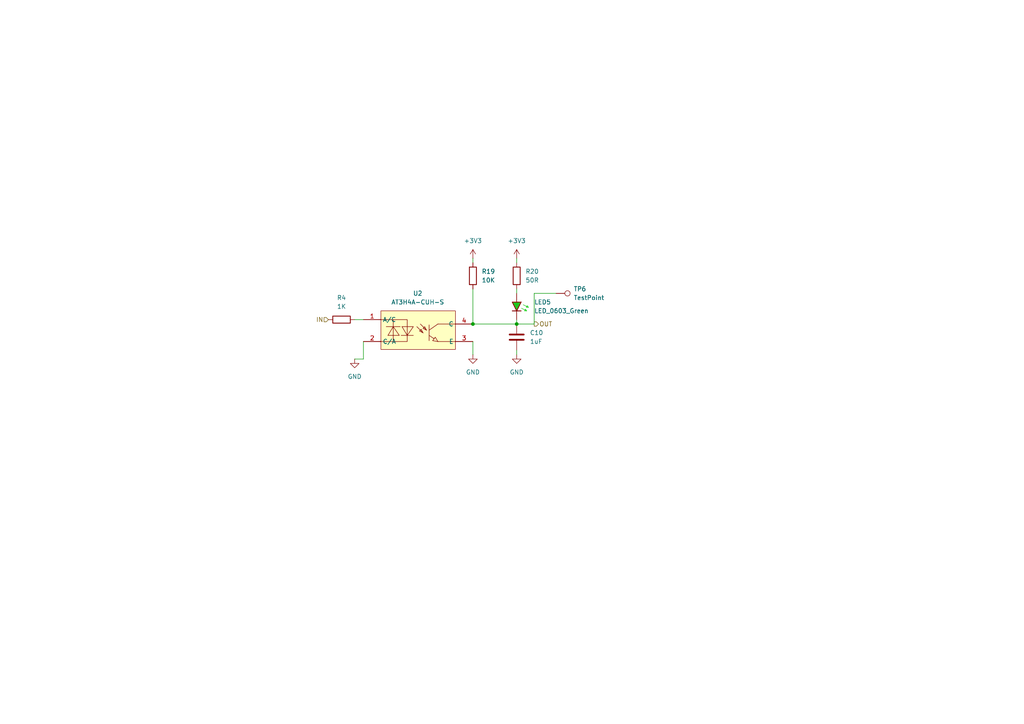
<source format=kicad_sch>
(kicad_sch (version 20250114) (generator "eeschema") (generator_version "9.0")
  (paper "A4")
  (lib_symbols
    (symbol "Connector:TestPoint" (pin_numbers (hide yes)) (pin_names (offset 0.762) (hide yes))
      (property "Reference" "TP" (at 0 6.858 0))
      (property "Value" "TestPoint" (at 0 5.08 0))
      (symbol "TestPoint_0_1"
        (circle (center 0 3.302) (radius 0.762))
      )
      (symbol "TestPoint_1_1"
        (pin passive line (at 0 0 90) (length 2.54) (name "1") (number "1"))
      )
    )
    (symbol "PCM_Capacitor_AKL:C_0603" (pin_numbers (hide yes)) (pin_names (offset 0.254))
      (property "Reference" "C" (at 0.635 2.54 0))
      (property "Value" "C_0603" (at 0.635 -2.54 0))
      (symbol "C_0603_0_1"
        (polyline (pts (xy -2.032 0.762) (xy 2.032 0.762)) (stroke (width 0.508)))
        (polyline (pts (xy -2.032 -0.762) (xy 2.032 -0.762)) (stroke (width 0.508)))
      )
      (symbol "C_0603_0_2"
        (polyline (pts (xy -2.54 -2.54) (xy -0.381 -0.381)))
        (polyline (pts (xy -0.508 -0.508) (xy -1.651 0.635)) (stroke (width 0.508)))
        (polyline (pts (xy -0.508 -0.508) (xy 0.635 -1.651)) (stroke (width 0.508)))
        (polyline (pts (xy 0.381 0.381) (xy 2.54 2.54)))
        (polyline (pts (xy 0.508 0.508) (xy -0.635 1.651)) (stroke (width 0.508)))
        (polyline (pts (xy 0.508 0.508) (xy 1.651 -0.635)) (stroke (width 0.508)))
      )
      (symbol "C_0603_1_1"
        (pin passive line (at 0 3.81 270) (length 2.794) (name "~") (number "1"))
        (pin passive line (at 0 -3.81 90) (length 2.794) (name "~") (number "2"))
      )
      (symbol "C_0603_1_2"
        (pin passive line (at -2.54 -2.54 90) (length 0) (name "~") (number "2"))
        (pin passive line (at 2.54 2.54 270) (length 0) (name "~") (number "1"))
      )
    )
    (symbol "PCM_LED_AKL:LED_0603_Green" (pin_numbers (hide yes)) (pin_names (offset 1.016) (hide yes))
      (property "Reference" "LED" (at 0 7.62 0))
      (property "Value" "LED_0603_Green" (at 0 5.08 0))
      (symbol "LED_0603_Green_0_1"
        (polyline (pts (xy -1.27 1.27) (xy -1.27 -1.27) (xy 1.27 0) (xy -1.27 1.27)) (stroke (width 0.254)) (fill (type color) (color 30 200 30 1)))
        (polyline (pts (xy -0.508 1.905) (xy 0.254 3.429)) (stroke (width 0.1524) (color 30 200 30 1)))
        (polyline (pts (xy 0.254 2.794) (xy -0.254 3.048) (xy 0.254 3.429) (xy 0.254 2.794)) (stroke (width 0) (color 30 200 30 1)) (fill (type outline)))
        (polyline (pts (xy 0.508 1.397) (xy 1.27 2.921)) (stroke (width 0.1524) (color 30 200 30 1)))
        (polyline (pts (xy 1.27 2.286) (xy 0.762 2.54) (xy 1.27 2.921) (xy 1.27 2.286)) (stroke (width 0.1524) (color 30 200 30 1)) (fill (type outline)))
        (polyline (pts (xy 1.27 1.27) (xy 1.27 -1.27)) (stroke (width 0.254)))
      )
      (symbol "LED_0603_Green_0_2"
        (polyline (pts (xy -2.54 -2.54) (xy -0.889 -0.889)))
        (polyline (pts (xy -1.651 0.889) (xy -2.159 2.413)) (stroke (width 0) (color 30 200 30 1)))
        (polyline (pts (xy -0.889 -0.889) (xy -1.778 0) (xy 0.889 0.889) (xy 0 -1.778) (xy -0.889 -0.889)) (stroke (width 0.254)) (fill (type color) (color 30 200 30 1)))
        (polyline (pts (xy -0.508 1.27) (xy -1.016 2.794)) (stroke (width 0) (color 30 200 30 1)))
        (polyline (pts (xy 0 1.778) (xy 1.778 0)) (stroke (width 0.254)))
        (polyline (pts (xy 0.889 0.889) (xy 2.54 2.54)))
      )
      (symbol "LED_0603_Green_1_1"
        (pin passive line (at -3.81 0 0) (length 2.54) (name "A") (number "2"))
        (pin passive line (at 3.81 0 180) (length 2.54) (name "K") (number "1"))
      )
      (symbol "LED_0603_Green_1_2"
        (polyline (pts (xy -2.159 2.413) (xy -2.286 1.778) (xy -1.6764 1.9812) (xy -2.159 2.413)) (stroke (width 0) (color 30 200 30 1)) (fill (type outline)))
        (polyline (pts (xy -1.016 2.794) (xy -1.143 2.159) (xy -0.5334 2.3622) (xy -1.016 2.794)) (stroke (width 0) (color 30 200 30 1)) (fill (type outline)))
        (pin passive line (at -2.54 -2.54 0) (length 0) (name "A") (number "2"))
        (pin passive line (at 2.54 2.54 180) (length 0) (name "K") (number "1"))
      )
    )
    (symbol "PCM_Resistor_AKL:R_0603" (pin_numbers (hide yes)) (pin_names (offset 0))
      (property "Reference" "R" (at 2.54 1.27 0))
      (property "Value" "R_0603" (at 2.54 -1.27 0))
      (symbol "R_0603_0_1"
        (rectangle (start -1.016 2.54) (end 1.016 -2.54) (stroke (width 0.254)))
      )
      (symbol "R_0603_0_2"
        (polyline (pts (xy -2.54 -2.54) (xy -1.524 -1.524)))
        (polyline (pts (xy 1.524 1.524) (xy 2.54 2.54)))
        (polyline (pts (xy 1.524 1.524) (xy 0.889 2.159) (xy -2.159 -0.889) (xy -0.889 -2.159) (xy 2.159 0.889) (xy 1.524 1.524)) (stroke (width 0.254)))
      )
      (symbol "R_0603_1_1"
        (pin passive line (at 0 3.81 270) (length 1.27) (name "~") (number "1"))
        (pin passive line (at 0 -3.81 90) (length 1.27) (name "~") (number "2"))
      )
      (symbol "R_0603_1_2"
        (pin passive line (at -2.54 -2.54 0) (length 0) (name "") (number "2"))
        (pin passive line (at 2.54 2.54 180) (length 0) (name "") (number "1"))
      )
    )
    (symbol "easyeda2kicad:AT3H4A-CUH-S"
      (property "Reference" "U" (at 0 8.89 0))
      (property "Value" "AT3H4A-CUH-S" (at 0 -7.62 0))
      (symbol "AT3H4A-CUH-S_0_1"
        (polyline (pts (xy -11.68 -2.54) (xy -7.87 -2.54) (xy -7.87 3.81) (xy -11.68 3.81)))
        (rectangle (start -11.43 6.35) (end 10.16 -4.83) (fill (type background)))
        (polyline (pts (xy -9.4 -0.76) (xy -7.87 1.78) (xy -6.1 -0.76) (xy -9.4 -0.76)) (fill (type background)))
        (polyline (pts (xy -7.87 3.81) (xy -3.81 3.81) (xy -3.81 -2.54) (xy -7.87 -2.54)))
        (polyline (pts (xy -5.84 1.78) (xy -9.91 1.78)))
        (polyline (pts (xy -5.33 1.78) (xy -3.81 -0.76) (xy -2.03 1.78) (xy -5.33 1.78)) (fill (type background)))
        (polyline (pts (xy -2.03 -0.76) (xy -5.59 -0.76)))
        (polyline (pts (xy -1.02 1.78) (xy 0.76 0)))
        (polyline (pts (xy 0 2.54) (xy 1.78 0.76)))
        (polyline (pts (xy 0.76 0) (xy -0.25 0.51) (xy 0.25 1.02) (xy 0.76 0)) (fill (type background)))
        (polyline (pts (xy 1.78 0.76) (xy 0.76 1.27) (xy 1.27 1.78) (xy 1.78 0.76)) (fill (type background)))
        (polyline (pts (xy 2.54 2.29) (xy 2.54 -2.29)))
        (polyline (pts (xy 2.54 -0.76) (xy 4.06 -1.78)))
        (polyline (pts (xy 5.08 2.54) (xy 2.54 0.76)))
        (polyline (pts (xy 5.08 -2.54) (xy 4.32 -1.27) (xy 3.56 -2.29) (xy 5.08 -2.54)) (fill (type background)))
        (polyline (pts (xy 9.14 2.54) (xy 5.08 2.54)))
        (polyline (pts (xy 9.14 2.54) (xy 10.16 2.54)))
        (polyline (pts (xy 9.14 -2.54) (xy 5.08 -2.54)))
        (polyline (pts (xy 9.14 -2.54) (xy 10.16 -2.54)))
        (pin unspecified line (at -16.51 3.81 0) (length 5.08) (name "A/C") (number "1"))
        (pin unspecified line (at -16.51 -2.54 0) (length 5.08) (name "C/A") (number "2"))
        (pin unspecified line (at 15.24 2.54 180) (length 5.08) (name "C") (number "4"))
        (pin unspecified line (at 15.24 -2.54 180) (length 5.08) (name "E") (number "3"))
      )
    )
    (symbol "power:+3V3" (power) (pin_numbers (hide yes)) (pin_names (offset 0) (hide yes))
      (property "Value" "+3V3" (at 0 3.556 0))
      (symbol "+3V3_0_1"
        (polyline (pts (xy -0.762 1.27) (xy 0 2.54)))
        (polyline (pts (xy 0 2.54) (xy 0.762 1.27)))
        (polyline (pts (xy 0 0) (xy 0 2.54)))
      )
      (symbol "+3V3_1_1"
        (pin power_in line (at 0 0 90) (length 0) (name "~") (number "1"))
      )
    )
    (symbol "power:GND" (power) (pin_numbers (hide yes)) (pin_names (offset 0) (hide yes))
      (property "Value" "GND" (at 0 -3.81 0))
      (symbol "GND_0_1"
        (polyline (pts (xy 0 0) (xy 0 -1.27) (xy 1.27 -1.27) (xy 0 -2.54) (xy -1.27 -1.27) (xy 0 -1.27)))
      )
      (symbol "GND_1_1"
        (pin power_in line (at 0 0 270) (length 0) (name "~") (number "1"))
      )
    )
  )
  (junction (at 149.86 93.98))
  (junction (at 137.16 93.98))
  (wire (pts (xy 102.87 104.14) (xy 105.41 104.14)))
  (wire (pts (xy 149.86 92.71) (xy 149.86 93.98)))
  (wire (pts (xy 154.94 93.98) (xy 149.86 93.98)))
  (wire (pts (xy 137.16 102.87) (xy 137.16 99.06)))
  (wire (pts (xy 105.41 104.14) (xy 105.41 99.06)))
  (wire (pts (xy 137.16 93.98) (xy 149.86 93.98)))
  (wire (pts (xy 154.94 85.09) (xy 154.94 93.98)))
  (wire (pts (xy 149.86 102.87) (xy 149.86 101.6)))
  (wire (pts (xy 149.86 83.82) (xy 149.86 85.09)))
  (wire (pts (xy 137.16 83.82) (xy 137.16 93.98)))
  (wire (pts (xy 137.16 74.93) (xy 137.16 76.2)))
  (wire (pts (xy 149.86 74.93) (xy 149.86 76.2)))
  (wire (pts (xy 102.87 92.71) (xy 105.41 92.71)))
  (wire (pts (xy 154.94 85.09) (xy 161.29 85.09)))
  (hierarchical_label "IN" (shape input) (at 95.25 92.71 180))
  (hierarchical_label "OUT" (shape output) (at 154.94 93.98 0))
  (symbol (lib_id "power:GND") (at 137.16 102.87 0) (unit 1)
    (property "Reference" "#PWR032" (effects (hide yes)))
    (property "Value" "GND" (at 137.16 107.95 0))
    (property "Description" "Power symbol creates a global label with name \"GND\" , ground" (effects (hide yes)))
    (instances (project "NIVARA" (path "" (reference "#PWR027") (unit 1)) (path "" (reference "#PWR032") (unit 1))))
  )
  (symbol (lib_id "Connector:TestPoint") (at 161.29 85.09 270) (unit 1)
    (property "Reference" "TP7" (at 166.37 83.8199 90) (effects (justify left)))
    (property "Value" "TestPoint" (at 166.37 86.3599 90) (effects (justify left)))
    (property "Footprint" "TestPoint:TestPoint_THTPad_D1.0mm_Drill0.5mm" (effects (hide yes)))
    (property "Description" "test point" (effects (hide yes)))
    (instances (project "NIVARA" (path "" (reference "TP6") (unit 1)) (path "" (reference "TP7") (unit 1))))
  )
  (symbol (lib_id "easyeda2kicad:AT3H4A-CUH-S") (at 121.92 96.52 0) (unit 1)
    (property "Reference" "U4" (at 121.16 85.09 0))
    (property "Value" "AT3H4A-CUH-S" (at 121.16 87.63 0))
    (property "Footprint" "easyeda2kicad:SSOP-4_L2.7-W4.6-P1.27-LS7.0-TL" (effects (hide yes)))
    (property "LCSC Part" "C20612634" (effects (hide yes)))
    (property "PART NUMBERT" "AT3H4A-CUH-S" (effects (hide yes)))
    (instances (project "NIVARA" (path "" (reference "U2") (unit 1)) (path "" (reference "U4") (unit 1))))
  )
  (symbol (lib_id "PCM_Resistor_AKL:R_0603") (at 149.86 80.01 0) (unit 1)
    (property "Reference" "R22" (at 152.4 78.7399 0) (effects (justify left)))
    (property "Value" "50R" (at 152.4 81.2799 0) (effects (justify left)))
    (property "Footprint" "PCM_Resistor_SMD_AKL:R_0603_1608Metric" (effects (hide yes)))
    (property "Description" "SMD 0603 Chip Resistor, European Symbol, Alternate KiCad Library" (effects (hide yes)))
    (property "PART NUMBERT" "RT0603BRE0750RL" (effects (hide yes)))
    (instances (project "NIVARA" (path "" (reference "R20") (unit 1)) (path "" (reference "R22") (unit 1))))
  )
  (symbol (lib_id "PCM_LED_AKL:LED_0603_Green") (at 149.86 88.9 270) (unit 1)
    (property "Reference" "LED6" (at 154.94 87.6299 90) (effects (justify left)))
    (property "Value" "LED_0603_Green" (at 154.94 90.1699 90) (effects (justify left)))
    (property "Footprint" "PCM_LED_SMD_AKL:LED_0603_1608Metric" (effects (hide yes)))
    (property "Description" "Green SMD LED, 0603, Alternate KiCad Library" (effects (hide yes)))
    (property "PART NUMBERT" "XL-1608UOC-06" (effects (hide yes)))
    (instances (project "NIVARA" (path "" (reference "LED5") (unit 1)) (path "" (reference "LED6") (unit 1))))
  )
  (symbol (lib_id "power:GND") (at 102.87 104.14 0) (unit 1)
    (property "Reference" "#PWR030" (effects (hide yes)))
    (property "Value" "GND" (at 102.87 109.22 0))
    (property "Description" "Power symbol creates a global label with name \"GND\" , ground" (effects (hide yes)))
    (instances (project "NIVARA" (path "" (reference "#PWR025") (unit 1)) (path "" (reference "#PWR030") (unit 1))))
  )
  (symbol (lib_id "PCM_Resistor_AKL:R_0603") (at 99.06 92.71 270) (unit 1)
    (property "Reference" "R5" (at 99.06 86.36 90))
    (property "Value" "1K" (at 99.06 88.9 90))
    (property "Footprint" "PCM_Resistor_SMD_AKL:R_0603_1608Metric" (effects (hide yes)))
    (property "Description" "SMD 0603 Chip Resistor, European Symbol, Alternate KiCad Library" (effects (hide yes)))
    (property "PART NUMBERT" "RC0603FR-071KL" (effects (hide yes)))
    (instances (project "NIVARA" (path "" (reference "R4") (unit 1)) (path "" (reference "R5") (unit 1))))
  )
  (symbol (lib_id "power:+3V3") (at 137.16 74.93 0) (unit 1)
    (property "Reference" "#PWR031" (effects (hide yes)))
    (property "Value" "+3V3" (at 137.16 69.85 0))
    (property "Description" "Power symbol creates a global label with name \"+3V3\"" (effects (hide yes)))
    (instances (project "NIVARA" (path "" (reference "#PWR026") (unit 1)) (path "" (reference "#PWR031") (unit 1))))
  )
  (symbol (lib_id "PCM_Capacitor_AKL:C_0603") (at 149.86 97.79 0) (unit 1)
    (property "Reference" "C11" (at 153.67 96.5199 0) (effects (justify left)))
    (property "Value" "1uF" (at 153.67 99.0599 0) (effects (justify left)))
    (property "Footprint" "PCM_Capacitor_SMD_AKL:C_0603_1608Metric" (effects (hide yes)))
    (property "Description" "SMD 0603 MLCC capacitor, Alternate KiCad Library" (effects (hide yes)))
    (property "PART NUMBERT" "CL10A105KB8NNNC" (effects (hide yes)))
    (instances (project "NIVARA" (path "" (reference "C10") (unit 1)) (path "" (reference "C11") (unit 1))))
  )
  (symbol (lib_id "power:GND") (at 149.86 102.87 0) (unit 1)
    (property "Reference" "#PWR034" (effects (hide yes)))
    (property "Value" "GND" (at 149.86 107.95 0))
    (property "Description" "Power symbol creates a global label with name \"GND\" , ground" (effects (hide yes)))
    (instances (project "NIVARA" (path "" (reference "#PWR029") (unit 1)) (path "" (reference "#PWR034") (unit 1))))
  )
  (symbol (lib_id "PCM_Resistor_AKL:R_0603") (at 137.16 80.01 0) (unit 1)
    (property "Reference" "R21" (at 139.7 78.7399 0) (effects (justify left)))
    (property "Value" "10K" (at 139.7 81.2799 0) (effects (justify left)))
    (property "Footprint" "PCM_Resistor_SMD_AKL:R_0603_1608Metric" (effects (hide yes)))
    (property "Description" "SMD 0603 Chip Resistor, European Symbol, Alternate KiCad Library" (effects (hide yes)))
    (instances (project "NIVARA" (path "" (reference "R19") (unit 1)) (path "" (reference "R21") (unit 1))))
  )
  (symbol (lib_id "power:+3V3") (at 149.86 74.93 0) (unit 1)
    (property "Reference" "#PWR033" (effects (hide yes)))
    (property "Value" "+3V3" (at 149.86 69.85 0))
    (property "Description" "Power symbol creates a global label with name \"+3V3\"" (effects (hide yes)))
    (instances (project "NIVARA" (path "" (reference "#PWR028") (unit 1)) (path "" (reference "#PWR033") (unit 1))))
  )
)
</source>
